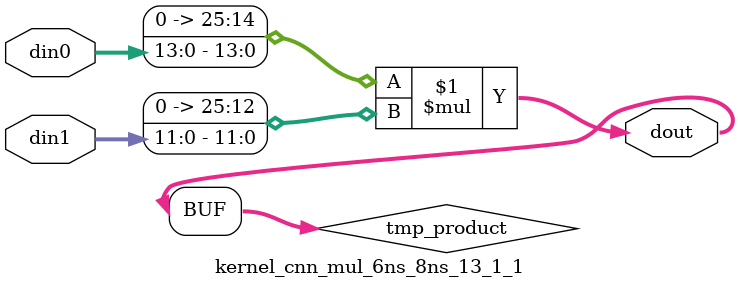
<source format=v>

`timescale 1 ns / 1 ps

  module kernel_cnn_mul_6ns_8ns_13_1_1(din0, din1, dout);
parameter ID = 1;
parameter NUM_STAGE = 0;
parameter din0_WIDTH = 14;
parameter din1_WIDTH = 12;
parameter dout_WIDTH = 26;

input [din0_WIDTH - 1 : 0] din0; 
input [din1_WIDTH - 1 : 0] din1; 
output [dout_WIDTH - 1 : 0] dout;

wire signed [dout_WIDTH - 1 : 0] tmp_product;










assign tmp_product = $signed({1'b0, din0}) * $signed({1'b0, din1});











assign dout = tmp_product;







endmodule

</source>
